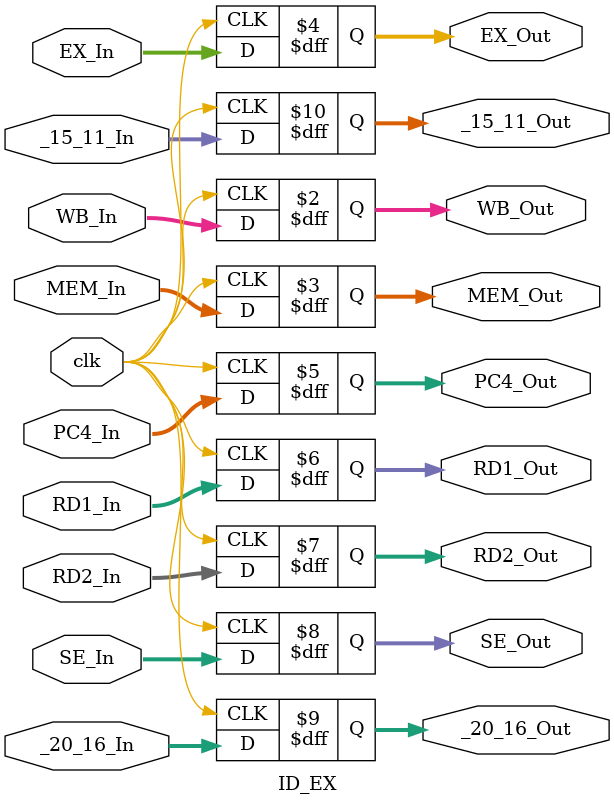
<source format=v>
`timescale 1ns / 1ps

module ID_EX (clk, WB_In, MEM_In, EX_In, PC4_In, RD1_In, RD2_In, SE_In, _20_16_In, _15_11_In, WB_Out, MEM_Out, EX_Out, PC4_Out, RD1_Out, RD2_Out, SE_Out, _20_16_Out, _15_11_Out);

input clk;
input [1:0] WB_In;
input [2:0] MEM_In;
input [3:0] EX_In;
input [31:0] PC4_In;
input [31:0] RD1_In;
input [31:0] RD2_In;
input [31:0] SE_In;
input [4:0] _20_16_In;
input [4:0] _15_11_In;

output reg[1:0] WB_Out;
output reg[2:0] MEM_Out;
output reg[3:0] EX_Out;
output reg[31:0] PC4_Out;
output reg[31:0] RD1_Out;
output reg[31:0] RD2_Out;
output reg[31:0] SE_Out;
output reg[4:0] _20_16_Out;
output reg[4:0] _15_11_Out;

always@(posedge clk) begin
	WB_Out = WB_In;
	MEM_Out = MEM_In;
	EX_Out = EX_In;
	PC4_Out = PC4_In;
	RD1_Out = RD1_In;
	RD2_Out = RD2_In;
	SE_Out = SE_In;
	_20_16_Out = _20_16_In;
	_15_11_Out = _15_11_In;
end

endmodule
</source>
